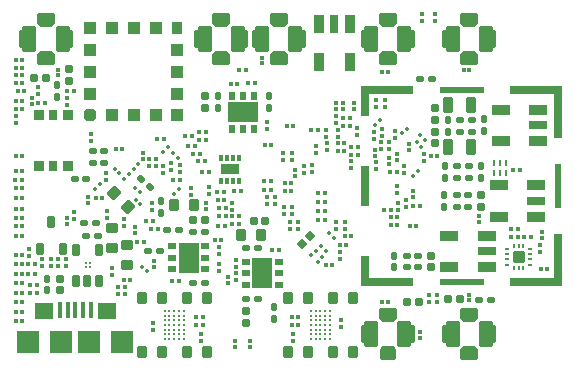
<source format=gtp>
G04*
G04 #@! TF.GenerationSoftware,Altium Limited,Altium Designer,19.1.6 (110)*
G04*
G04 Layer_Color=8421504*
%FSLAX44Y44*%
%MOMM*%
G71*
G01*
G75*
%ADD17R,0.3000X0.3500*%
%ADD18R,0.3500X0.3000*%
G04:AMPARAMS|DCode=19|XSize=0.6mm|YSize=1mm|CornerRadius=0.075mm|HoleSize=0mm|Usage=FLASHONLY|Rotation=0.000|XOffset=0mm|YOffset=0mm|HoleType=Round|Shape=RoundedRectangle|*
%AMROUNDEDRECTD19*
21,1,0.6000,0.8500,0,0,0.0*
21,1,0.4500,1.0000,0,0,0.0*
1,1,0.1500,0.2250,-0.4250*
1,1,0.1500,-0.2250,-0.4250*
1,1,0.1500,-0.2250,0.4250*
1,1,0.1500,0.2250,0.4250*
%
%ADD19ROUNDEDRECTD19*%
%ADD20R,0.7000X4.4000*%
%ADD21R,3.8000X0.5000*%
%ADD22R,4.4000X0.7000*%
%ADD23R,0.7000X2.6500*%
%ADD24R,0.7000X3.5000*%
%ADD25R,0.5000X3.8000*%
%ADD26R,0.3000X0.6000*%
%ADD27R,1.6000X0.9500*%
G04:AMPARAMS|DCode=28|XSize=1mm|YSize=1mm|CornerRadius=0.25mm|HoleSize=0mm|Usage=FLASHONLY|Rotation=270.000|XOffset=0mm|YOffset=0mm|HoleType=Round|Shape=RoundedRectangle|*
%AMROUNDEDRECTD28*
21,1,1.0000,0.5000,0,0,270.0*
21,1,0.5000,1.0000,0,0,270.0*
1,1,0.5000,-0.2500,-0.2500*
1,1,0.5000,-0.2500,0.2500*
1,1,0.5000,0.2500,0.2500*
1,1,0.5000,0.2500,-0.2500*
%
%ADD28ROUNDEDRECTD28*%
%ADD29R,1.0000X1.0000*%
%ADD30R,1.0000X1.0000*%
%ADD31R,0.9500X1.0000*%
%ADD32R,0.4000X1.4000*%
%ADD33R,1.9000X1.9000*%
%ADD34R,1.6000X1.4000*%
%ADD35C,0.2000*%
%ADD36R,0.9000X1.6500*%
%ADD37R,0.7600X1.6500*%
%ADD38R,1.7000X2.5000*%
%ADD39R,0.7000X0.5000*%
%ADD40R,0.3000X0.3100*%
G04:AMPARAMS|DCode=41|XSize=0.5mm|YSize=0.6mm|CornerRadius=0.05mm|HoleSize=0mm|Usage=FLASHONLY|Rotation=90.000|XOffset=0mm|YOffset=0mm|HoleType=Round|Shape=RoundedRectangle|*
%AMROUNDEDRECTD41*
21,1,0.5000,0.5000,0,0,90.0*
21,1,0.4000,0.6000,0,0,90.0*
1,1,0.1000,0.2500,0.2000*
1,1,0.1000,0.2500,-0.2000*
1,1,0.1000,-0.2500,-0.2000*
1,1,0.1000,-0.2500,0.2000*
%
%ADD41ROUNDEDRECTD41*%
%ADD42R,0.9500X0.9500*%
%ADD43R,0.8000X0.9500*%
%ADD44R,0.7500X0.9500*%
G04:AMPARAMS|DCode=45|XSize=1mm|YSize=1.55mm|CornerRadius=0.125mm|HoleSize=0mm|Usage=FLASHONLY|Rotation=90.000|XOffset=0mm|YOffset=0mm|HoleType=Round|Shape=RoundedRectangle|*
%AMROUNDEDRECTD45*
21,1,1.0000,1.3000,0,0,90.0*
21,1,0.7500,1.5500,0,0,90.0*
1,1,0.2500,0.6500,0.3750*
1,1,0.2500,0.6500,-0.3750*
1,1,0.2500,-0.6500,-0.3750*
1,1,0.2500,-0.6500,0.3750*
%
%ADD45ROUNDEDRECTD45*%
G04:AMPARAMS|DCode=46|XSize=1.2mm|YSize=1.6mm|CornerRadius=0.15mm|HoleSize=0mm|Usage=FLASHONLY|Rotation=180.000|XOffset=0mm|YOffset=0mm|HoleType=Round|Shape=RoundedRectangle|*
%AMROUNDEDRECTD46*
21,1,1.2000,1.3000,0,0,180.0*
21,1,0.9000,1.6000,0,0,180.0*
1,1,0.3000,-0.4500,0.6500*
1,1,0.3000,0.4500,0.6500*
1,1,0.3000,0.4500,-0.6500*
1,1,0.3000,-0.4500,-0.6500*
%
%ADD46ROUNDEDRECTD46*%
G04:AMPARAMS|DCode=47|XSize=1.2mm|YSize=1.2mm|CornerRadius=0.15mm|HoleSize=0mm|Usage=FLASHONLY|Rotation=0.000|XOffset=0mm|YOffset=0mm|HoleType=Round|Shape=RoundedRectangle|*
%AMROUNDEDRECTD47*
21,1,1.2000,0.9000,0,0,0.0*
21,1,0.9000,1.2000,0,0,0.0*
1,1,0.3000,0.4500,-0.4500*
1,1,0.3000,-0.4500,-0.4500*
1,1,0.3000,-0.4500,0.4500*
1,1,0.3000,0.4500,0.4500*
%
%ADD47ROUNDEDRECTD47*%
G04:AMPARAMS|DCode=48|XSize=1.2mm|YSize=2.15mm|CornerRadius=0.15mm|HoleSize=0mm|Usage=FLASHONLY|Rotation=180.000|XOffset=0mm|YOffset=0mm|HoleType=Round|Shape=RoundedRectangle|*
%AMROUNDEDRECTD48*
21,1,1.2000,1.8500,0,0,180.0*
21,1,0.9000,2.1500,0,0,180.0*
1,1,0.3000,-0.4500,0.9250*
1,1,0.3000,0.4500,0.9250*
1,1,0.3000,0.4500,-0.9250*
1,1,0.3000,-0.4500,-0.9250*
%
%ADD48ROUNDEDRECTD48*%
G04:AMPARAMS|DCode=49|XSize=0.6mm|YSize=0.6mm|CornerRadius=0.06mm|HoleSize=0mm|Usage=FLASHONLY|Rotation=0.000|XOffset=0mm|YOffset=0mm|HoleType=Round|Shape=RoundedRectangle|*
%AMROUNDEDRECTD49*
21,1,0.6000,0.4800,0,0,0.0*
21,1,0.4800,0.6000,0,0,0.0*
1,1,0.1200,0.2400,-0.2400*
1,1,0.1200,-0.2400,-0.2400*
1,1,0.1200,-0.2400,0.2400*
1,1,0.1200,0.2400,0.2400*
%
%ADD49ROUNDEDRECTD49*%
G04:AMPARAMS|DCode=50|XSize=1mm|YSize=1.4mm|CornerRadius=0.125mm|HoleSize=0mm|Usage=FLASHONLY|Rotation=90.000|XOffset=0mm|YOffset=0mm|HoleType=Round|Shape=RoundedRectangle|*
%AMROUNDEDRECTD50*
21,1,1.0000,1.1500,0,0,90.0*
21,1,0.7500,1.4000,0,0,90.0*
1,1,0.2500,0.5750,0.3750*
1,1,0.2500,0.5750,-0.3750*
1,1,0.2500,-0.5750,-0.3750*
1,1,0.2500,-0.5750,0.3750*
%
%ADD50ROUNDEDRECTD50*%
G04:AMPARAMS|DCode=51|XSize=1.3mm|YSize=0.8mm|CornerRadius=0.1mm|HoleSize=0mm|Usage=FLASHONLY|Rotation=90.000|XOffset=0mm|YOffset=0mm|HoleType=Round|Shape=RoundedRectangle|*
%AMROUNDEDRECTD51*
21,1,1.3000,0.6000,0,0,90.0*
21,1,1.1000,0.8000,0,0,90.0*
1,1,0.2000,0.3000,0.5500*
1,1,0.2000,0.3000,-0.5500*
1,1,0.2000,-0.3000,-0.5500*
1,1,0.2000,-0.3000,0.5500*
%
%ADD51ROUNDEDRECTD51*%
G04:AMPARAMS|DCode=52|XSize=0.3mm|YSize=0.35mm|CornerRadius=0mm|HoleSize=0mm|Usage=FLASHONLY|Rotation=45.000|XOffset=0mm|YOffset=0mm|HoleType=Round|Shape=Rectangle|*
%AMROTATEDRECTD52*
4,1,4,0.0177,-0.2298,-0.2298,0.0177,-0.0177,0.2298,0.2298,-0.0177,0.0177,-0.2298,0.0*
%
%ADD52ROTATEDRECTD52*%

G04:AMPARAMS|DCode=53|XSize=0.6mm|YSize=0.6mm|CornerRadius=0.06mm|HoleSize=0mm|Usage=FLASHONLY|Rotation=270.000|XOffset=0mm|YOffset=0mm|HoleType=Round|Shape=RoundedRectangle|*
%AMROUNDEDRECTD53*
21,1,0.6000,0.4800,0,0,270.0*
21,1,0.4800,0.6000,0,0,270.0*
1,1,0.1200,-0.2400,-0.2400*
1,1,0.1200,-0.2400,0.2400*
1,1,0.1200,0.2400,0.2400*
1,1,0.1200,0.2400,-0.2400*
%
%ADD53ROUNDEDRECTD53*%
G04:AMPARAMS|DCode=54|XSize=1mm|YSize=0.9mm|CornerRadius=0.1125mm|HoleSize=0mm|Usage=FLASHONLY|Rotation=270.000|XOffset=0mm|YOffset=0mm|HoleType=Round|Shape=RoundedRectangle|*
%AMROUNDEDRECTD54*
21,1,1.0000,0.6750,0,0,270.0*
21,1,0.7750,0.9000,0,0,270.0*
1,1,0.2250,-0.3375,-0.3875*
1,1,0.2250,-0.3375,0.3875*
1,1,0.2250,0.3375,0.3875*
1,1,0.2250,0.3375,-0.3875*
%
%ADD54ROUNDEDRECTD54*%
G04:AMPARAMS|DCode=55|XSize=1mm|YSize=0.9mm|CornerRadius=0.1125mm|HoleSize=0mm|Usage=FLASHONLY|Rotation=180.000|XOffset=0mm|YOffset=0mm|HoleType=Round|Shape=RoundedRectangle|*
%AMROUNDEDRECTD55*
21,1,1.0000,0.6750,0,0,180.0*
21,1,0.7750,0.9000,0,0,180.0*
1,1,0.2250,-0.3875,0.3375*
1,1,0.2250,0.3875,0.3375*
1,1,0.2250,0.3875,-0.3375*
1,1,0.2250,-0.3875,-0.3375*
%
%ADD55ROUNDEDRECTD55*%
G04:AMPARAMS|DCode=56|XSize=1mm|YSize=0.9mm|CornerRadius=0.1125mm|HoleSize=0mm|Usage=FLASHONLY|Rotation=45.000|XOffset=0mm|YOffset=0mm|HoleType=Round|Shape=RoundedRectangle|*
%AMROUNDEDRECTD56*
21,1,1.0000,0.6750,0,0,45.0*
21,1,0.7750,0.9000,0,0,45.0*
1,1,0.2250,0.5127,0.0354*
1,1,0.2250,-0.0354,-0.5127*
1,1,0.2250,-0.5127,-0.0354*
1,1,0.2250,0.0354,0.5127*
%
%ADD56ROUNDEDRECTD56*%
G04:AMPARAMS|DCode=57|XSize=0.5mm|YSize=0.6mm|CornerRadius=0.05mm|HoleSize=0mm|Usage=FLASHONLY|Rotation=180.000|XOffset=0mm|YOffset=0mm|HoleType=Round|Shape=RoundedRectangle|*
%AMROUNDEDRECTD57*
21,1,0.5000,0.5000,0,0,180.0*
21,1,0.4000,0.6000,0,0,180.0*
1,1,0.1000,-0.2000,0.2500*
1,1,0.1000,0.2000,0.2500*
1,1,0.1000,0.2000,-0.2500*
1,1,0.1000,-0.2000,-0.2500*
%
%ADD57ROUNDEDRECTD57*%
G04:AMPARAMS|DCode=58|XSize=0.3mm|YSize=0.35mm|CornerRadius=0mm|HoleSize=0mm|Usage=FLASHONLY|Rotation=315.000|XOffset=0mm|YOffset=0mm|HoleType=Round|Shape=Rectangle|*
%AMROTATEDRECTD58*
4,1,4,-0.2298,-0.0177,0.0177,0.2298,0.2298,0.0177,-0.0177,-0.2298,-0.2298,-0.0177,0.0*
%
%ADD58ROTATEDRECTD58*%

%ADD59R,0.5000X0.7000*%
%ADD60R,2.5000X1.7000*%
%ADD61R,1.6500X0.9000*%
%ADD62R,1.6500X0.7600*%
%ADD63R,0.3100X0.3000*%
G04:AMPARAMS|DCode=64|XSize=1mm|YSize=1mm|CornerRadius=0.15mm|HoleSize=0mm|Usage=FLASHONLY|Rotation=180.000|XOffset=0mm|YOffset=0mm|HoleType=Round|Shape=RoundedRectangle|*
%AMROUNDEDRECTD64*
21,1,1.0000,0.7000,0,0,180.0*
21,1,0.7000,1.0000,0,0,180.0*
1,1,0.3000,-0.3500,0.3500*
1,1,0.3000,0.3500,0.3500*
1,1,0.3000,0.3500,-0.3500*
1,1,0.3000,-0.3500,-0.3500*
%
%ADD64ROUNDEDRECTD64*%
%ADD65R,0.2000X0.3950*%
%ADD66R,0.3950X0.2000*%
G04:AMPARAMS|DCode=67|XSize=0.25mm|YSize=0.55mm|CornerRadius=0.0625mm|HoleSize=0mm|Usage=FLASHONLY|Rotation=0.000|XOffset=0mm|YOffset=0mm|HoleType=Round|Shape=RoundedRectangle|*
%AMROUNDEDRECTD67*
21,1,0.2500,0.4250,0,0,0.0*
21,1,0.1250,0.5500,0,0,0.0*
1,1,0.1250,0.0625,-0.2125*
1,1,0.1250,-0.0625,-0.2125*
1,1,0.1250,-0.0625,0.2125*
1,1,0.1250,0.0625,0.2125*
%
%ADD67ROUNDEDRECTD67*%
G04:AMPARAMS|DCode=68|XSize=0.6mm|YSize=0.6mm|CornerRadius=0.06mm|HoleSize=0mm|Usage=FLASHONLY|Rotation=135.000|XOffset=0mm|YOffset=0mm|HoleType=Round|Shape=RoundedRectangle|*
%AMROUNDEDRECTD68*
21,1,0.6000,0.4800,0,0,135.0*
21,1,0.4800,0.6000,0,0,135.0*
1,1,0.1200,0.0000,0.3394*
1,1,0.1200,0.3394,0.0000*
1,1,0.1200,0.0000,-0.3394*
1,1,0.1200,-0.3394,0.0000*
%
%ADD68ROUNDEDRECTD68*%
G04:AMPARAMS|DCode=69|XSize=0.5mm|YSize=0.6mm|CornerRadius=0.05mm|HoleSize=0mm|Usage=FLASHONLY|Rotation=45.000|XOffset=0mm|YOffset=0mm|HoleType=Round|Shape=RoundedRectangle|*
%AMROUNDEDRECTD69*
21,1,0.5000,0.5000,0,0,45.0*
21,1,0.4000,0.6000,0,0,45.0*
1,1,0.1000,0.3182,-0.0354*
1,1,0.1000,0.0354,-0.3182*
1,1,0.1000,-0.3182,0.0354*
1,1,0.1000,-0.0354,0.3182*
%
%ADD69ROUNDEDRECTD69*%
D17*
X1450Y174250D02*
D03*
X7050D02*
D03*
Y161000D02*
D03*
X1450D02*
D03*
X1424Y153576D02*
D03*
X7024D02*
D03*
X26232Y218900D02*
D03*
X20632D02*
D03*
X7050Y242500D02*
D03*
X1450D02*
D03*
X7050Y249000D02*
D03*
X1450D02*
D03*
X159440Y160296D02*
D03*
X165040D02*
D03*
X172200Y143778D02*
D03*
X177800D02*
D03*
X192300Y144250D02*
D03*
X186700D02*
D03*
X93200Y69500D02*
D03*
X98800D02*
D03*
X7050Y34497D02*
D03*
X1450D02*
D03*
X189146Y235250D02*
D03*
X183546D02*
D03*
X204246Y235500D02*
D03*
X198646D02*
D03*
X218050Y183750D02*
D03*
X212450D02*
D03*
X236800Y199567D02*
D03*
X231200D02*
D03*
X91800Y180250D02*
D03*
X86200D02*
D03*
X120267Y171750D02*
D03*
X114667D02*
D03*
X120267Y165250D02*
D03*
X114667D02*
D03*
X121650Y188500D02*
D03*
X127250D02*
D03*
X117800Y118750D02*
D03*
X112200D02*
D03*
X104700Y101500D02*
D03*
X110300D02*
D03*
X135150Y153750D02*
D03*
X140750D02*
D03*
X116200Y112250D02*
D03*
X121800D02*
D03*
X3450Y229500D02*
D03*
X9050D02*
D03*
X173700Y130000D02*
D03*
X179300D02*
D03*
X190550Y123000D02*
D03*
X184950D02*
D03*
X234800Y144750D02*
D03*
X229200D02*
D03*
X178300Y137000D02*
D03*
X172700D02*
D03*
X173200Y115000D02*
D03*
X178800D02*
D03*
X179300Y123000D02*
D03*
X173700D02*
D03*
X184950Y116500D02*
D03*
X190550D02*
D03*
X190950Y246500D02*
D03*
X196550D02*
D03*
X169950Y102750D02*
D03*
X175550D02*
D03*
X50550Y229000D02*
D03*
X44950D02*
D03*
X234800Y151250D02*
D03*
X229200D02*
D03*
X426800Y112250D02*
D03*
X421200D02*
D03*
X7050Y129389D02*
D03*
X1450D02*
D03*
X7050Y121500D02*
D03*
X1450D02*
D03*
X7050Y42276D02*
D03*
X1450D02*
D03*
X7050Y50718D02*
D03*
X1450D02*
D03*
X7050Y58276D02*
D03*
X1450D02*
D03*
X7050Y66718D02*
D03*
X1450D02*
D03*
X7050Y74276D02*
D03*
X1450D02*
D03*
X7050Y82718D02*
D03*
X1450D02*
D03*
X7043Y90497D02*
D03*
X1443D02*
D03*
X224500Y94455D02*
D03*
X218900Y94455D02*
D03*
X134000Y68045D02*
D03*
X139600D02*
D03*
X422950Y162250D02*
D03*
X428550D02*
D03*
X445950Y78750D02*
D03*
X451550D02*
D03*
X437800Y105250D02*
D03*
X432200Y105250D02*
D03*
X421200Y105250D02*
D03*
X426800Y105250D02*
D03*
X154500Y31000D02*
D03*
X160100Y31000D02*
D03*
X154500Y37750D02*
D03*
X160100D02*
D03*
X280265Y106750D02*
D03*
X285865D02*
D03*
X235150Y37750D02*
D03*
X240750D02*
D03*
X235150Y31000D02*
D03*
X240750D02*
D03*
X1450Y255500D02*
D03*
X7050D02*
D03*
X1450Y235987D02*
D03*
X7050D02*
D03*
X69200Y138750D02*
D03*
X74800D02*
D03*
X162800Y187750D02*
D03*
X157200D02*
D03*
X162800Y194250D02*
D03*
X157200D02*
D03*
X144950Y190750D02*
D03*
X150550D02*
D03*
X147450Y182250D02*
D03*
X153050D02*
D03*
X161800Y169713D02*
D03*
X156200D02*
D03*
X1450Y146718D02*
D03*
X7050D02*
D03*
X1450Y138276D02*
D03*
X7050D02*
D03*
X12074Y82718D02*
D03*
X17673D02*
D03*
X12074Y74276D02*
D03*
X17673D02*
D03*
X7050Y114718D02*
D03*
X1450D02*
D03*
X7050Y106276D02*
D03*
X1450D02*
D03*
X19350Y64750D02*
D03*
X13750D02*
D03*
X19350Y58000D02*
D03*
X13750D02*
D03*
X7050Y220468D02*
D03*
X1450D02*
D03*
X7050Y213776D02*
D03*
X1450D02*
D03*
X157550Y175750D02*
D03*
X151950D02*
D03*
X269800Y81750D02*
D03*
X264200D02*
D03*
X279800Y178250D02*
D03*
X274200D02*
D03*
X324800Y115250D02*
D03*
X319200D02*
D03*
X319300Y128750D02*
D03*
X313700D02*
D03*
X352950Y174250D02*
D03*
X358550D02*
D03*
X257524Y195950D02*
D03*
X251924D02*
D03*
X324274Y160650D02*
D03*
X318674D02*
D03*
X343800Y132000D02*
D03*
X338200D02*
D03*
X281615Y98750D02*
D03*
X276015D02*
D03*
X211855Y145411D02*
D03*
X217455D02*
D03*
X211855Y152581D02*
D03*
X217455D02*
D03*
X319174Y122400D02*
D03*
X324774D02*
D03*
X284695Y206250D02*
D03*
X279095D02*
D03*
X284695Y199750D02*
D03*
X279095D02*
D03*
X340800Y115000D02*
D03*
X335200D02*
D03*
X279800Y184750D02*
D03*
X274200D02*
D03*
X291355Y175280D02*
D03*
X285755D02*
D03*
X291355Y181805D02*
D03*
X285755D02*
D03*
X263074Y135400D02*
D03*
X257474D02*
D03*
X263074Y143100D02*
D03*
X257474D02*
D03*
X263074Y120150D02*
D03*
X257474D02*
D03*
X263074Y127850D02*
D03*
X257474D02*
D03*
D18*
X1750Y202200D02*
D03*
X1750Y207800D02*
D03*
X20500Y226700D02*
D03*
Y232300D02*
D03*
X15000Y217700D02*
D03*
Y223300D02*
D03*
X44250Y86800D02*
D03*
Y81200D02*
D03*
X37750Y81200D02*
D03*
Y86800D02*
D03*
X200250Y17550D02*
D03*
Y11950D02*
D03*
X237850Y162381D02*
D03*
Y156781D02*
D03*
X44750Y223100D02*
D03*
Y217500D02*
D03*
X356750Y294050D02*
D03*
Y288450D02*
D03*
X181500Y66200D02*
D03*
Y71800D02*
D03*
X345250Y294050D02*
D03*
Y288450D02*
D03*
X343750Y25300D02*
D03*
Y19700D02*
D03*
X12750Y89450D02*
D03*
Y95050D02*
D03*
X31250Y81200D02*
D03*
Y86800D02*
D03*
X188000Y74646D02*
D03*
Y69046D02*
D03*
X358500Y56300D02*
D03*
Y50700D02*
D03*
X351750Y56300D02*
D03*
Y50700D02*
D03*
X24250Y81200D02*
D03*
Y86800D02*
D03*
X173750Y91104D02*
D03*
Y96704D02*
D03*
Y76754D02*
D03*
Y82354D02*
D03*
X188000Y85746D02*
D03*
Y80146D02*
D03*
X187500Y17550D02*
D03*
Y11950D02*
D03*
X116950Y134350D02*
D03*
Y128750D02*
D03*
X118500Y79950D02*
D03*
Y85550D02*
D03*
X149750Y141200D02*
D03*
Y146800D02*
D03*
X93250Y115200D02*
D03*
Y120800D02*
D03*
X126500Y165600D02*
D03*
Y160000D02*
D03*
X79000Y121700D02*
D03*
Y127300D02*
D03*
X102750Y108700D02*
D03*
Y114300D02*
D03*
X62750Y139550D02*
D03*
Y133950D02*
D03*
X78250Y153700D02*
D03*
Y159300D02*
D03*
X118000Y32600D02*
D03*
Y27000D02*
D03*
X277250Y29400D02*
D03*
Y35000D02*
D03*
X165000Y147900D02*
D03*
Y142300D02*
D03*
X94464Y57414D02*
D03*
Y63014D02*
D03*
X88000Y57414D02*
D03*
Y63014D02*
D03*
X252705Y166145D02*
D03*
Y160545D02*
D03*
X51250Y120700D02*
D03*
Y126300D02*
D03*
X83300Y78900D02*
D03*
Y73300D02*
D03*
X185000Y134050D02*
D03*
Y128450D02*
D03*
X162950Y128950D02*
D03*
Y134550D02*
D03*
X65500Y186786D02*
D03*
Y192386D02*
D03*
X306500Y168800D02*
D03*
Y163200D02*
D03*
X109250Y171200D02*
D03*
Y176800D02*
D03*
X255750Y182300D02*
D03*
Y176700D02*
D03*
X214205Y197000D02*
D03*
X214205Y202600D02*
D03*
X447250Y104550D02*
D03*
Y110150D02*
D03*
X445500Y93200D02*
D03*
X445500Y98800D02*
D03*
X158629Y23121D02*
D03*
Y17521D02*
D03*
X288000Y213750D02*
D03*
Y219350D02*
D03*
X280250Y117800D02*
D03*
Y112200D02*
D03*
X236500Y17400D02*
D03*
Y23000D02*
D03*
X45000Y116200D02*
D03*
Y121800D02*
D03*
X133000Y167850D02*
D03*
Y162250D02*
D03*
X140750Y166050D02*
D03*
Y160450D02*
D03*
X393750Y117950D02*
D03*
Y123550D02*
D03*
X311500Y191200D02*
D03*
Y196800D02*
D03*
X311000Y185800D02*
D03*
Y180200D02*
D03*
X272500Y201950D02*
D03*
Y207550D02*
D03*
Y219300D02*
D03*
Y213700D02*
D03*
X276015Y92500D02*
D03*
Y86900D02*
D03*
X338200Y144800D02*
D03*
Y139200D02*
D03*
X279095Y213750D02*
D03*
Y219350D02*
D03*
X314250Y215950D02*
D03*
Y221550D02*
D03*
X285500Y169550D02*
D03*
Y163950D02*
D03*
X272750Y112200D02*
D03*
Y117800D02*
D03*
X324593Y148500D02*
D03*
Y142900D02*
D03*
X317724Y172700D02*
D03*
Y167100D02*
D03*
X305500Y173950D02*
D03*
Y179550D02*
D03*
X317500Y185800D02*
D03*
Y180200D02*
D03*
X290500Y197550D02*
D03*
Y191950D02*
D03*
X304950Y188811D02*
D03*
Y194411D02*
D03*
X274250Y195800D02*
D03*
Y190200D02*
D03*
X240250Y118170D02*
D03*
Y112570D02*
D03*
X233750Y118170D02*
D03*
Y112570D02*
D03*
X214750Y133400D02*
D03*
Y139000D02*
D03*
X221301Y133400D02*
D03*
Y139000D02*
D03*
X228750Y125306D02*
D03*
Y130906D02*
D03*
X235750Y125306D02*
D03*
Y130906D02*
D03*
X331750Y136800D02*
D03*
Y131200D02*
D03*
X324224Y170350D02*
D03*
Y175950D02*
D03*
X347250Y170200D02*
D03*
Y175800D02*
D03*
X325000Y128700D02*
D03*
Y134300D02*
D03*
X307000Y221550D02*
D03*
Y215950D02*
D03*
X323000Y195050D02*
D03*
Y189450D02*
D03*
X334750Y178950D02*
D03*
Y184550D02*
D03*
X235644Y176295D02*
D03*
Y170695D02*
D03*
X228305Y176295D02*
D03*
Y170695D02*
D03*
X330224Y165450D02*
D03*
Y159850D02*
D03*
X263974Y190350D02*
D03*
Y195950D02*
D03*
X265245Y179405D02*
D03*
Y185005D02*
D03*
X246000Y165300D02*
D03*
Y159700D02*
D03*
D19*
X22250Y95500D02*
D03*
X41250D02*
D03*
X31750Y118500D02*
D03*
X52750Y94625D02*
D03*
X71750Y68625D02*
D03*
X62250D02*
D03*
X52750D02*
D03*
X71750Y94625D02*
D03*
D20*
X460592Y85750D02*
D03*
Y211250D02*
D03*
D21*
X379092Y67000D02*
D03*
Y230000D02*
D03*
D22*
X441842Y67000D02*
D03*
Y230000D02*
D03*
X316342D02*
D03*
Y67000D02*
D03*
D23*
X297592Y220250D02*
D03*
Y76750D02*
D03*
D24*
Y148500D02*
D03*
D25*
X460592D02*
D03*
D26*
X190750Y153000D02*
D03*
X185750D02*
D03*
X180750D02*
D03*
X175750D02*
D03*
Y172500D02*
D03*
X180750D02*
D03*
X185750D02*
D03*
X190750D02*
D03*
D27*
X183250Y162750D02*
D03*
D28*
X64500Y208500D02*
D03*
D29*
X101500D02*
D03*
X83000D02*
D03*
X120000D02*
D03*
X138500D02*
D03*
X120000Y282500D02*
D03*
X101500D02*
D03*
X83000D02*
D03*
X64500D02*
D03*
D30*
X138500Y227000D02*
D03*
Y245500D02*
D03*
Y264000D02*
D03*
X64500D02*
D03*
Y245500D02*
D03*
Y227000D02*
D03*
D31*
X138500Y282500D02*
D03*
D32*
X39000Y43500D02*
D03*
X58500D02*
D03*
X65000D02*
D03*
X52000D02*
D03*
X45500D02*
D03*
D33*
X40000Y17000D02*
D03*
X12000D02*
D03*
X92000D02*
D03*
X64000D02*
D03*
D34*
X78670Y43140D02*
D03*
X25330D02*
D03*
D35*
X64250Y83375D02*
D03*
Y79875D02*
D03*
X60750Y83375D02*
D03*
Y79875D02*
D03*
X143750Y43000D02*
D03*
X127750Y19000D02*
D03*
X131750Y19000D02*
D03*
X135750Y19000D02*
D03*
X139750Y19000D02*
D03*
X143750D02*
D03*
X135750Y43000D02*
D03*
X139750D02*
D03*
X127750Y35000D02*
D03*
X131750D02*
D03*
X135750D02*
D03*
X139750D02*
D03*
X143750D02*
D03*
X127750Y43000D02*
D03*
X127750Y39000D02*
D03*
X131750D02*
D03*
X135750D02*
D03*
X139750D02*
D03*
X143750D02*
D03*
X127750Y23000D02*
D03*
X131750D02*
D03*
X135750D02*
D03*
X131750Y43000D02*
D03*
X139750Y23000D02*
D03*
X143750D02*
D03*
Y31000D02*
D03*
X139750D02*
D03*
X135750D02*
D03*
X131750Y31000D02*
D03*
X127750Y31000D02*
D03*
X143750Y27000D02*
D03*
X139750Y27000D02*
D03*
X135750Y27000D02*
D03*
X131750D02*
D03*
X127750D02*
D03*
X251500Y19000D02*
D03*
X267500Y43000D02*
D03*
X263500D02*
D03*
X259500D02*
D03*
X255500D02*
D03*
X251500D02*
D03*
X259500Y19000D02*
D03*
X255500D02*
D03*
X267500Y27000D02*
D03*
X263500D02*
D03*
X259500D02*
D03*
X255500D02*
D03*
X251500D02*
D03*
X267500Y19000D02*
D03*
Y23000D02*
D03*
X263500D02*
D03*
X259500D02*
D03*
X255500D02*
D03*
X251500D02*
D03*
X267500Y39000D02*
D03*
X263500D02*
D03*
X259500D02*
D03*
X263500Y19000D02*
D03*
X255500Y39000D02*
D03*
X251500D02*
D03*
Y31000D02*
D03*
X255500D02*
D03*
X259500D02*
D03*
X263500D02*
D03*
X267500D02*
D03*
X251500Y35000D02*
D03*
X255500D02*
D03*
X259500D02*
D03*
X263500D02*
D03*
X267500D02*
D03*
D36*
X258050Y253850D02*
D03*
X284950D02*
D03*
Y285650D02*
D03*
X258050D02*
D03*
D37*
X271500D02*
D03*
D38*
X148000Y88000D02*
D03*
X210500Y74750D02*
D03*
D39*
X162000Y97500D02*
D03*
Y88000D02*
D03*
Y78500D02*
D03*
X134000D02*
D03*
Y88000D02*
D03*
Y97500D02*
D03*
X224500Y65250D02*
D03*
Y74750D02*
D03*
Y84250D02*
D03*
X196500D02*
D03*
Y74750D02*
D03*
Y65250D02*
D03*
D40*
X37000Y242250D02*
D03*
Y246750D02*
D03*
X210000Y257250D02*
D03*
Y252750D02*
D03*
X385750Y56750D02*
D03*
Y52250D02*
D03*
D41*
X66750Y178250D02*
D03*
X76750D02*
D03*
X59750Y117250D02*
D03*
X69750D02*
D03*
X76750Y168250D02*
D03*
X66750D02*
D03*
X114000Y93500D02*
D03*
X124000D02*
D03*
X130000Y111250D02*
D03*
X140000D02*
D03*
X51500Y154500D02*
D03*
X61500D02*
D03*
X354250Y239500D02*
D03*
X344250D02*
D03*
X404000Y52250D02*
D03*
X394000D02*
D03*
X61500Y106000D02*
D03*
X71500D02*
D03*
X162000Y66354D02*
D03*
X152000D02*
D03*
X162000Y109495D02*
D03*
X152000D02*
D03*
X388000Y204750D02*
D03*
X378000D02*
D03*
X384879Y141000D02*
D03*
X374879Y141000D02*
D03*
X384879Y131000D02*
D03*
X374879D02*
D03*
X342500Y89750D02*
D03*
X332500D02*
D03*
X342500Y79750D02*
D03*
X332500D02*
D03*
X385479Y155750D02*
D03*
X375479Y155750D02*
D03*
X385479Y165750D02*
D03*
X375479Y165750D02*
D03*
X387750Y194750D02*
D03*
X377750D02*
D03*
X196464Y96360D02*
D03*
X206464D02*
D03*
X196500Y53255D02*
D03*
X206500D02*
D03*
D42*
X46000Y209000D02*
D03*
X21000D02*
D03*
Y165500D02*
D03*
X46000D02*
D03*
D43*
X33500Y209000D02*
D03*
D44*
Y165500D02*
D03*
D45*
X224500Y256000D02*
D03*
Y290000D02*
D03*
X175750Y290000D02*
D03*
Y256000D02*
D03*
X27250Y290250D02*
D03*
Y256250D02*
D03*
X316500Y40500D02*
D03*
X385500Y290250D02*
D03*
Y256250D02*
D03*
X385500Y6500D02*
D03*
Y40500D02*
D03*
X316500Y290250D02*
D03*
Y256250D02*
D03*
D46*
X241500Y273000D02*
D03*
X207500D02*
D03*
X158750Y273000D02*
D03*
X192750D02*
D03*
X10250Y273250D02*
D03*
X44250D02*
D03*
X333500Y23500D02*
D03*
X299500D02*
D03*
X368500Y273250D02*
D03*
X402500D02*
D03*
X402500Y23500D02*
D03*
X368500D02*
D03*
X299500Y273250D02*
D03*
X333500D02*
D03*
D47*
X224500Y289000D02*
D03*
Y257000D02*
D03*
X175750Y257000D02*
D03*
Y289000D02*
D03*
X27250Y257250D02*
D03*
Y289250D02*
D03*
X316500Y39500D02*
D03*
Y7500D02*
D03*
X385500Y257250D02*
D03*
Y289250D02*
D03*
X385500Y39500D02*
D03*
Y7500D02*
D03*
X316500Y257250D02*
D03*
Y289250D02*
D03*
D48*
X210500Y273000D02*
D03*
X238500D02*
D03*
X189750Y273000D02*
D03*
X161750D02*
D03*
X41250Y273250D02*
D03*
X13250D02*
D03*
X302500Y23500D02*
D03*
X330500D02*
D03*
X399500Y273250D02*
D03*
X371500D02*
D03*
X371500Y23500D02*
D03*
X399500D02*
D03*
X330500Y273250D02*
D03*
X302500D02*
D03*
D49*
X46500Y247750D02*
D03*
Y237750D02*
D03*
X162005Y215000D02*
D03*
Y225000D02*
D03*
X356750Y194750D02*
D03*
Y184750D02*
D03*
Y204750D02*
D03*
Y214750D02*
D03*
X395879Y141000D02*
D03*
Y131000D02*
D03*
X353500Y79750D02*
D03*
Y89750D02*
D03*
X39000Y70250D02*
D03*
Y60250D02*
D03*
X196500Y42755D02*
D03*
Y32755D02*
D03*
D50*
X316500Y6500D02*
D03*
D51*
X387500Y217500D02*
D03*
X367500D02*
D03*
X387500Y182000D02*
D03*
X367500D02*
D03*
D52*
X73043Y150149D02*
D03*
X69083Y146189D02*
D03*
X93270Y155020D02*
D03*
X97230Y158980D02*
D03*
X105480Y166980D02*
D03*
X101520Y163020D02*
D03*
X139980Y145730D02*
D03*
X136020Y141770D02*
D03*
X126520Y177770D02*
D03*
X130480Y181730D02*
D03*
X255980Y93980D02*
D03*
X252020Y90020D02*
D03*
X305700Y200500D02*
D03*
X309660Y204460D02*
D03*
X328994Y193170D02*
D03*
X332954Y197130D02*
D03*
X261355Y88605D02*
D03*
X257395Y84645D02*
D03*
X342204Y161380D02*
D03*
X338244Y157420D02*
D03*
D53*
X377500Y52750D02*
D03*
X367500D02*
D03*
X332750Y50750D02*
D03*
X342750D02*
D03*
X17250Y240500D02*
D03*
X27250D02*
D03*
X152000Y119995D02*
D03*
X162000D02*
D03*
X213000Y119250D02*
D03*
X203000D02*
D03*
D54*
X135500Y132250D02*
D03*
X152500D02*
D03*
X108250Y7750D02*
D03*
X125250D02*
D03*
X163250Y54250D02*
D03*
X146250Y54250D02*
D03*
X108250Y54250D02*
D03*
X125250Y54250D02*
D03*
X146250Y7750D02*
D03*
X163250D02*
D03*
X249000Y54250D02*
D03*
X232000D02*
D03*
X270000Y7750D02*
D03*
X287000D02*
D03*
X270000Y54250D02*
D03*
X287000D02*
D03*
X249000Y7750D02*
D03*
X232000D02*
D03*
X209500Y107500D02*
D03*
X192500D02*
D03*
D55*
X95750Y98750D02*
D03*
Y81750D02*
D03*
X83250Y113500D02*
D03*
Y96500D02*
D03*
D56*
X96510Y130990D02*
D03*
X84490Y143010D02*
D03*
D57*
X125000Y136000D02*
D03*
Y126000D02*
D03*
X220250Y36000D02*
D03*
Y46000D02*
D03*
X36500Y224250D02*
D03*
Y234250D02*
D03*
X215646Y225000D02*
D03*
Y215000D02*
D03*
X172505Y225000D02*
D03*
Y215000D02*
D03*
X364380Y141000D02*
D03*
Y131000D02*
D03*
X322000Y79750D02*
D03*
Y89750D02*
D03*
X364979Y165750D02*
D03*
Y155750D02*
D03*
X395979Y165750D02*
D03*
Y155750D02*
D03*
X28500Y70250D02*
D03*
Y60250D02*
D03*
X398500Y205000D02*
D03*
X398500Y195000D02*
D03*
X367250Y194750D02*
D03*
Y204750D02*
D03*
D58*
X89230Y159520D02*
D03*
X85270Y163480D02*
D03*
X103020Y147230D02*
D03*
X106980Y143270D02*
D03*
X107230Y133270D02*
D03*
X103270Y137230D02*
D03*
X112480Y76520D02*
D03*
X108520Y80480D02*
D03*
X135040Y176410D02*
D03*
X139000Y172450D02*
D03*
X344270Y191980D02*
D03*
X348230Y188020D02*
D03*
X263980Y94020D02*
D03*
X260020Y97980D02*
D03*
X344980Y182020D02*
D03*
X341020Y185980D02*
D03*
X271204Y104920D02*
D03*
X267244Y108880D02*
D03*
D59*
X184500Y197000D02*
D03*
X194000D02*
D03*
X203500D02*
D03*
Y225000D02*
D03*
X194000D02*
D03*
X184500D02*
D03*
D60*
X194000Y211000D02*
D03*
D61*
X400400Y106700D02*
D03*
Y79800D02*
D03*
X368600D02*
D03*
Y106700D02*
D03*
X444150Y213450D02*
D03*
Y186550D02*
D03*
X412350D02*
D03*
Y213450D02*
D03*
X410479Y149450D02*
D03*
Y122550D02*
D03*
X442279D02*
D03*
Y149450D02*
D03*
D62*
X400400Y93250D02*
D03*
X444150Y200000D02*
D03*
X442279Y136000D02*
D03*
D63*
X312000Y50750D02*
D03*
X316500D02*
D03*
X381000Y246500D02*
D03*
X385500D02*
D03*
X312000Y245250D02*
D03*
X316500D02*
D03*
D64*
X427500Y88750D02*
D03*
D65*
X431500Y79225D02*
D03*
X427500D02*
D03*
X423500D02*
D03*
Y98275D02*
D03*
X427500D02*
D03*
X431500D02*
D03*
D66*
X417975Y82000D02*
D03*
Y86500D02*
D03*
Y91000D02*
D03*
Y95500D02*
D03*
X437025D02*
D03*
Y91000D02*
D03*
Y86500D02*
D03*
Y82000D02*
D03*
D67*
X411500Y159750D02*
D03*
X416500D02*
D03*
X411500Y168250D02*
D03*
X416500D02*
D03*
X406500D02*
D03*
Y159750D02*
D03*
D68*
X251000Y106750D02*
D03*
X243929Y99679D02*
D03*
D69*
X115035Y147964D02*
D03*
X107964Y155035D02*
D03*
M02*

</source>
